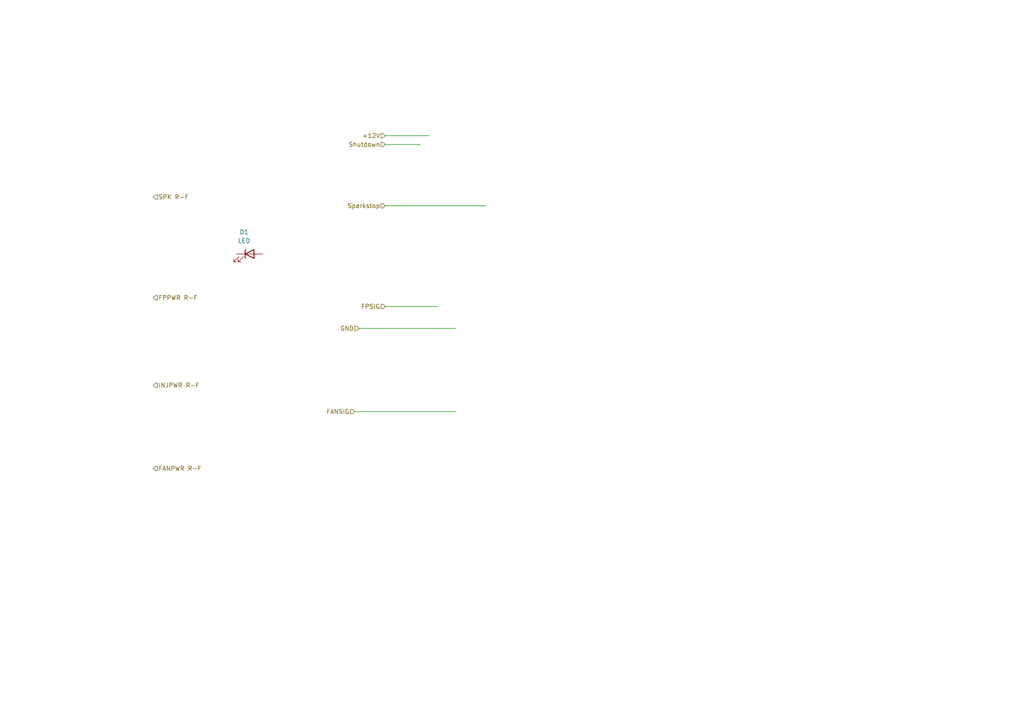
<source format=kicad_sch>
(kicad_sch (version 20230121) (generator eeschema)
  (paper "A4")
  (lib_symbols
    (symbol "Device:LED" (pin_numbers hide) (pin_names (offset 1.016) hide)
      (property "Reference" "D" (at 0 2.54 0))
      (property "Value" "LED" (at 0 -2.54 0))
      (symbol "LED_0_1"
        (polyline (pts (xy -1.27 -1.27) (xy -1.27 1.27)) (stroke (width 0.254)))
        (polyline (pts (xy -1.27 0) (xy 1.27 0)))
        (polyline (pts (xy 1.27 -1.27) (xy 1.27 1.27) (xy -1.27 0) (xy 1.27 -1.27)) (stroke (width 0.254)))
        (polyline (pts (xy -3.048 -0.762) (xy -4.572 -2.286) (xy -3.81 -2.286) (xy -4.572 -2.286) (xy -4.572 -1.524)))
        (polyline (pts (xy -1.778 -0.762) (xy -3.302 -2.286) (xy -2.54 -2.286) (xy -3.302 -2.286) (xy -3.302 -1.524)))
      )
      (symbol "LED_1_1"
        (pin passive line (at -3.81 0 0) (length 2.54) (name "K") (number "1"))
        (pin passive line (at 3.81 0 180) (length 2.54) (name "A") (number "2"))
      )
    )
  )
  (wire (pts (xy 111.76 41.91) (xy 121.92 41.91)))
  (wire (pts (xy 111.76 59.69) (xy 140.97 59.69)))
  (wire (pts (xy 111.76 39.37) (xy 124.46 39.37)))
  (wire (pts (xy 104.14 95.25) (xy 132.08 95.25)))
  (wire (pts (xy 111.76 88.9) (xy 127 88.9)))
  (wire (pts (xy 102.87 119.38) (xy 132.08 119.38)))
  (hierarchical_label "+12V" (shape input) (at 111.76 39.37 180))
  (hierarchical_label "Shutdown" (shape input) (at 111.76 41.91 180))
  (hierarchical_label "FANSIG" (shape input) (at 102.87 119.38 180))
  (hierarchical_label "INJPWR R-F" (shape input) (at 44.45 111.76 0))
  (hierarchical_label "FANPWR R-F" (shape input) (at 44.45 135.89 0))
  (hierarchical_label "FPPWR R-F" (shape input) (at 44.45 86.36 0))
  (hierarchical_label "Sparkstop" (shape input) (at 111.76 59.69 180))
  (hierarchical_label "FPSIG" (shape input) (at 111.76 88.9 180))
  (hierarchical_label "GND" (shape input) (at 104.14 95.25 180))
  (hierarchical_label "SPK R-F" (shape input) (at 44.45 57.15 0))
  (symbol (lib_id "Device:LED") (at 72.39 73.66 0) (unit 1)
    (property "Reference" "D1" (at 70.8025 67.31 0))
    (property "Value" "LED" (at 70.8025 69.85 0))
  )
)
</source>
